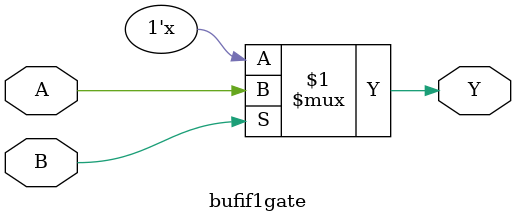
<source format=v>
module bufif1gate(Y,A,B);
input A,B;
output Y;
bufif1 d1(Y,A,B);
endmodule

</source>
